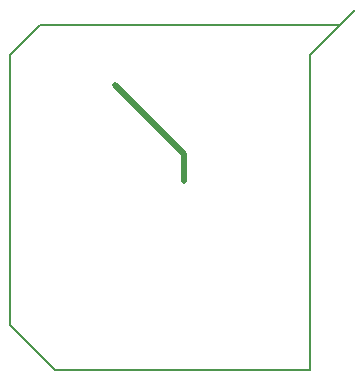
<source format=gbr>
G04 EAGLE Gerber RS-274X export*
G75*
%MOMM*%
%FSLAX34Y34*%
%LPD*%
%INBottom Copper*%
%IPPOS*%
%AMOC8*
5,1,8,0,0,1.08239X$1,22.5*%
G01*
%ADD10C,0.508000*%
%ADD11C,0.152400*%


D10*
X121920Y83820D02*
X121920Y106680D01*
X63500Y165100D01*
D11*
X0Y215900D02*
X254000Y215900D01*
X266700Y228600D01*
X254000Y215900D02*
X228600Y190500D01*
X228600Y-76200D01*
X12700Y-76200D01*
X-25400Y-38100D01*
X-25400Y190500D01*
X0Y215900D01*
M02*

</source>
